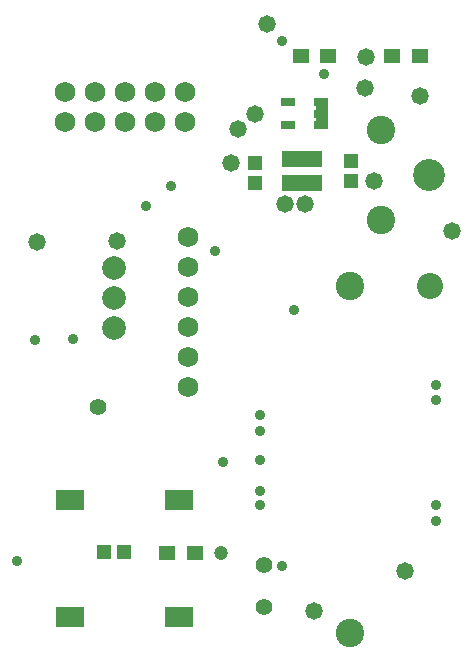
<source format=gts>
%FSLAX44Y44*%
%MOMM*%
G71*
G01*
G75*
G04 Layer_Color=8388736*
%ADD10R,2.1800X1.6000*%
%ADD11R,1.0000X1.1000*%
%ADD12R,1.2500X1.1000*%
%ADD13R,3.2000X1.1200*%
%ADD14R,1.1000X1.0000*%
%ADD15R,1.1000X0.6000*%
%ADD16C,0.7000*%
%ADD17C,0.2540*%
%ADD18C,1.5240*%
%ADD19C,2.5000*%
%ADD20C,2.2000*%
%ADD21C,1.8000*%
%ADD22C,2.0000*%
%ADD23C,0.7000*%
%ADD24C,1.2700*%
%ADD25C,1.2100*%
%ADD26C,1.0000*%
%ADD27R,2.0000X0.6000*%
G04:AMPARAMS|DCode=28|XSize=2mm|YSize=0.8mm|CornerRadius=0.2mm|HoleSize=0mm|Usage=FLASHONLY|Rotation=270.000|XOffset=0mm|YOffset=0mm|HoleType=Round|Shape=RoundedRectangle|*
%AMROUNDEDRECTD28*
21,1,2.0000,0.4000,0,0,270.0*
21,1,1.6000,0.8000,0,0,270.0*
1,1,0.4000,-0.2000,-0.8000*
1,1,0.4000,-0.2000,0.8000*
1,1,0.4000,0.2000,0.8000*
1,1,0.4000,0.2000,-0.8000*
%
%ADD28ROUNDEDRECTD28*%
G04:AMPARAMS|DCode=29|XSize=2mm|YSize=0.8mm|CornerRadius=0.2mm|HoleSize=0mm|Usage=FLASHONLY|Rotation=0.000|XOffset=0mm|YOffset=0mm|HoleType=Round|Shape=RoundedRectangle|*
%AMROUNDEDRECTD29*
21,1,2.0000,0.4000,0,0,0.0*
21,1,1.6000,0.8000,0,0,0.0*
1,1,0.4000,0.8000,-0.2000*
1,1,0.4000,-0.8000,-0.2000*
1,1,0.4000,-0.8000,0.2000*
1,1,0.4000,0.8000,0.2000*
%
%ADD29ROUNDEDRECTD29*%
%ADD30C,0.5000*%
%ADD31C,1.0000*%
%ADD32C,0.1000*%
%ADD33C,0.2000*%
%ADD34C,0.3000*%
%ADD35R,1.0414X2.4384*%
%ADD36R,2.3832X1.8032*%
%ADD37R,1.2032X1.3032*%
%ADD38R,1.4532X1.3032*%
%ADD39R,3.4032X1.3232*%
%ADD40R,1.3032X1.2032*%
%ADD41R,1.3032X0.8032*%
%ADD42C,1.7272*%
%ADD43C,2.7032*%
%ADD44C,2.4032*%
%ADD45C,2.0032*%
%ADD46C,2.2032*%
%ADD47C,0.9032*%
%ADD48C,1.4732*%
%ADD49C,1.4132*%
%ADD50C,1.2032*%
D35*
X275463Y471424D02*
D03*
D36*
X62738Y45720D02*
D03*
X154738D02*
D03*
X62738Y144272D02*
D03*
X154738D02*
D03*
D37*
X300482Y431664D02*
D03*
Y414664D02*
D03*
X219456Y429378D02*
D03*
Y412378D02*
D03*
D38*
X358968Y520192D02*
D03*
X335468D02*
D03*
X281244D02*
D03*
X257744D02*
D03*
X168468Y99822D02*
D03*
X144968D02*
D03*
D39*
X259334Y412510D02*
D03*
Y433310D02*
D03*
D40*
X91576Y100076D02*
D03*
X108576D02*
D03*
D41*
X247336Y481026D02*
D03*
Y462026D02*
D03*
X275336Y481026D02*
D03*
Y471526D02*
D03*
Y462026D02*
D03*
D42*
X162818Y240032D02*
D03*
Y265432D02*
D03*
Y290832D02*
D03*
Y316232D02*
D03*
Y341632D02*
D03*
Y367032D02*
D03*
X159766Y489966D02*
D03*
Y464566D02*
D03*
X134366Y489966D02*
D03*
Y464566D02*
D03*
X108966Y489966D02*
D03*
Y464566D02*
D03*
X83566Y489966D02*
D03*
Y464566D02*
D03*
X58166Y489966D02*
D03*
Y464566D02*
D03*
D43*
X366628Y419608D02*
D03*
D44*
X325628Y381508D02*
D03*
Y457708D02*
D03*
X299734Y31750D02*
D03*
Y325550D02*
D03*
D45*
X100086Y315570D02*
D03*
Y340970D02*
D03*
Y290170D02*
D03*
D46*
X367034Y325550D02*
D03*
D47*
X242316Y532638D02*
D03*
X372110Y241808D02*
D03*
Y127000D02*
D03*
Y229362D02*
D03*
X127000Y392938D02*
D03*
X184912Y355600D02*
D03*
X65278Y280416D02*
D03*
X223472Y216408D02*
D03*
X147828Y409956D02*
D03*
X252476Y305308D02*
D03*
X223472Y178054D02*
D03*
Y203200D02*
D03*
X223726Y140462D02*
D03*
X223472Y152400D02*
D03*
X32766Y279654D02*
D03*
X17272Y92710D02*
D03*
X192024Y176530D02*
D03*
X242062Y88392D02*
D03*
X277368Y505460D02*
D03*
X372110Y140208D02*
D03*
D48*
X229362Y547116D02*
D03*
X385572Y372110D02*
D03*
X244602Y395224D02*
D03*
X102362Y363474D02*
D03*
X34290Y363220D02*
D03*
X346456Y84328D02*
D03*
X204978Y458216D02*
D03*
X313182Y519684D02*
D03*
X261874Y394716D02*
D03*
X199136Y429768D02*
D03*
X358968Y486344D02*
D03*
X312674Y493522D02*
D03*
X269494Y50800D02*
D03*
X218948Y470916D02*
D03*
X320176Y414664D02*
D03*
D49*
X227076Y54102D02*
D03*
Y89662D02*
D03*
X85852Y223520D02*
D03*
D50*
X190246Y99858D02*
D03*
M02*

</source>
